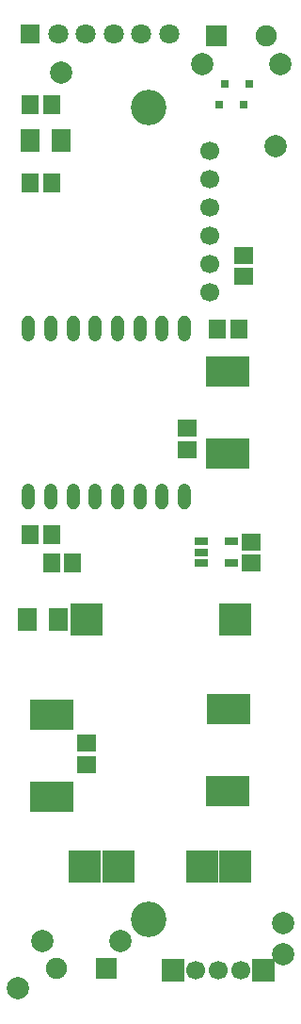
<source format=gbr>
G04 DipTrace 3.1.0.1*
G04 TopMask.gbr*
%MOIN*%
G04 #@! TF.FileFunction,Soldermask,Top*
G04 #@! TF.Part,Single*
%AMOUTLINE0*
4,1,20,
0.022461,0.044902,
0.021113,0.052585,
0.017218,0.059344,
0.011247,0.064364,
0.00392,0.067037,
-0.003881,0.067045,
-0.011214,0.064382,
-0.017193,0.059374,
-0.0211,0.052622,
-0.022461,0.044941,
-0.022461,0.00002,
-0.021113,-0.007664,
-0.017218,-0.014423,
-0.011247,-0.019442,
-0.00392,-0.022115,
0.003881,-0.022123,
0.011214,-0.019461,
0.017193,-0.014453,
0.0211,-0.007701,
0.022461,-0.00002,
0.022461,0.044902,
0*%
%AMOUTLINE1*
4,1,20,
-0.022461,-0.044902,
-0.021113,-0.052585,
-0.017218,-0.059344,
-0.011247,-0.064364,
-0.00392,-0.067037,
0.003881,-0.067045,
0.011214,-0.064382,
0.017193,-0.059374,
0.0211,-0.052622,
0.022461,-0.044941,
0.022461,-0.00002,
0.021113,0.007664,
0.017218,0.014423,
0.011247,0.019442,
0.00392,0.022115,
-0.003881,0.022123,
-0.011214,0.019461,
-0.017193,0.014453,
-0.0211,0.007701,
-0.022461,0.00002,
-0.022461,-0.044902,
0*%
%ADD31R,0.070866X0.070866*%
%ADD33C,0.066929*%
%ADD34C,0.070866*%
%ADD40C,0.07874*%
%ADD50R,0.051181X0.031496*%
%ADD51R,0.114173X0.114173*%
%ADD54C,0.07874*%
%ADD55C,0.074803*%
%ADD56R,0.074803X0.074803*%
%ADD58R,0.07874X0.07874*%
%ADD60C,0.125984*%
%ADD62C,0.125984*%
%ADD66R,0.031496X0.031496*%
%ADD68R,0.059055X0.066929*%
%ADD70R,0.066929X0.059055*%
%ADD72R,0.070866X0.07874*%
%ADD74R,0.157874X0.107874*%
%ADD78OUTLINE0*%
%ADD79OUTLINE1*%
%FSLAX26Y26*%
G04*
G70*
G90*
G75*
G01*
G04 TopMask*
%LPD*%
D74*
X1219501Y1158808D3*
X1220003Y1447058D3*
D72*
X506927Y1765122D3*
X617163D3*
D74*
X594436Y1427587D3*
X593934Y1139337D3*
D70*
X719449Y1252568D3*
Y1327371D3*
D74*
X1219501Y2640214D3*
X1219000Y2351965D3*
D70*
X1075736Y2440193D3*
Y2365390D3*
D68*
X519428Y3584063D3*
X594231D3*
D72*
X519428Y3459050D3*
X629664D3*
D70*
X1300760Y1965143D3*
Y2039946D3*
D66*
X1207000Y3659071D3*
X1293614D3*
X1188248Y3584063D3*
X1274862D3*
D40*
X476378Y460630D3*
X1413386Y582677D3*
X1389764Y3437008D3*
X629921Y3696850D3*
D31*
X519428Y3834089D3*
D34*
X617853D3*
X716278D3*
X814703D3*
X913129D3*
X1011554D3*
D78*
X513177Y2771478D3*
X591917D3*
X670657D3*
X749398D3*
X828138D3*
X906878D3*
X985618D3*
X1064358D3*
D79*
X513177Y2220297D3*
X591917D3*
X670657D3*
X749398D3*
X828138D3*
X906878D3*
X985618D3*
X1064358D3*
D62*
X937008Y704724D3*
D60*
Y3574803D3*
D68*
X519428Y3309034D3*
X594231D3*
D70*
X1275757Y2977749D3*
Y3052552D3*
D68*
X1256801Y2790230D3*
X1181997D3*
X669444Y1965143D3*
X594640D3*
X519428Y2065154D3*
X594231D3*
D33*
X1263780Y523622D3*
X1185039D3*
X1106299D3*
D58*
X1346457D3*
X1023622D3*
D56*
X787402Y531496D3*
D55*
X610236D3*
D54*
X836614Y629921D3*
X561024D3*
D56*
X1177165Y3826772D3*
D55*
X1354331D3*
D54*
X1127953Y3728346D3*
X1403543D3*
D33*
X1153543Y3421260D3*
Y3321260D3*
Y3221260D3*
Y3121260D3*
Y3021260D3*
Y2921260D3*
D50*
X1125741Y2040151D3*
Y2002749D3*
Y1965348D3*
X1232041D3*
Y2040151D3*
D51*
X1244504Y1765122D3*
X716945D3*
X713008Y893075D3*
X831118D3*
X1128362D3*
X1246472D3*
D40*
X1413386Y692913D3*
M02*

</source>
